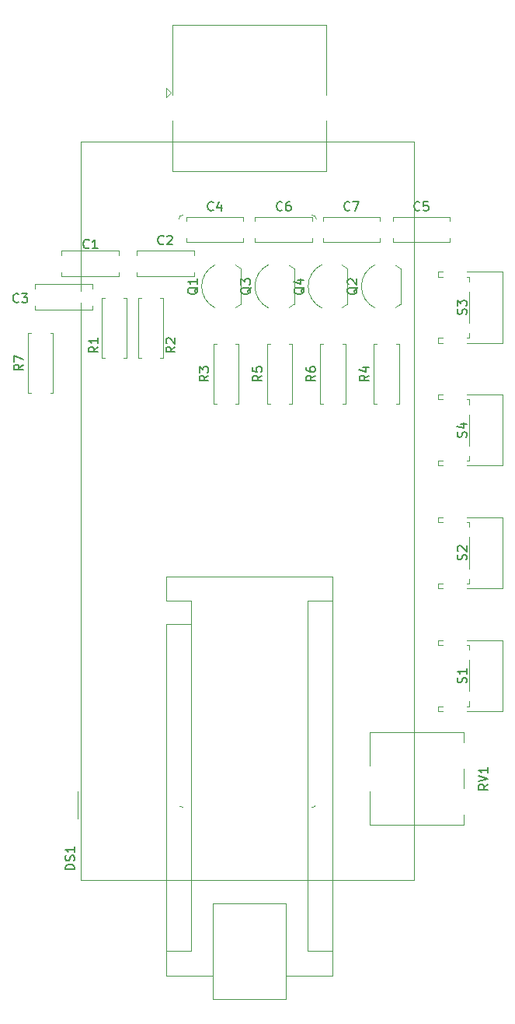
<source format=gto>
G04 #@! TF.GenerationSoftware,KiCad,Pcbnew,8.0.6*
G04 #@! TF.CreationDate,2025-02-05T09:38:25+03:00*
G04 #@! TF.ProjectId,RotorController,526f746f-7243-46f6-9e74-726f6c6c6572,rev?*
G04 #@! TF.SameCoordinates,Original*
G04 #@! TF.FileFunction,Legend,Top*
G04 #@! TF.FilePolarity,Positive*
%FSLAX46Y46*%
G04 Gerber Fmt 4.6, Leading zero omitted, Abs format (unit mm)*
G04 Created by KiCad (PCBNEW 8.0.6) date 2025-02-05 09:38:25*
%MOMM*%
%LPD*%
G01*
G04 APERTURE LIST*
%ADD10C,0.150000*%
%ADD11C,0.120000*%
%ADD12C,1.600000*%
%ADD13C,3.200000*%
%ADD14O,1.600000X1.600000*%
%ADD15C,1.500000*%
%ADD16R,1.500000X1.500000*%
%ADD17C,2.340000*%
%ADD18O,2.600000X1.800000*%
%ADD19R,2.600000X1.800000*%
%ADD20C,3.000000*%
%ADD21C,1.750000*%
%ADD22C,2.100000*%
%ADD23R,1.600000X1.600000*%
%ADD24C,3.250000*%
%ADD25C,2.300000*%
G04 APERTURE END LIST*
D10*
X100143333Y-72179580D02*
X100095714Y-72227200D01*
X100095714Y-72227200D02*
X99952857Y-72274819D01*
X99952857Y-72274819D02*
X99857619Y-72274819D01*
X99857619Y-72274819D02*
X99714762Y-72227200D01*
X99714762Y-72227200D02*
X99619524Y-72131961D01*
X99619524Y-72131961D02*
X99571905Y-72036723D01*
X99571905Y-72036723D02*
X99524286Y-71846247D01*
X99524286Y-71846247D02*
X99524286Y-71703390D01*
X99524286Y-71703390D02*
X99571905Y-71512914D01*
X99571905Y-71512914D02*
X99619524Y-71417676D01*
X99619524Y-71417676D02*
X99714762Y-71322438D01*
X99714762Y-71322438D02*
X99857619Y-71274819D01*
X99857619Y-71274819D02*
X99952857Y-71274819D01*
X99952857Y-71274819D02*
X100095714Y-71322438D01*
X100095714Y-71322438D02*
X100143333Y-71370057D01*
X100476667Y-71274819D02*
X101143333Y-71274819D01*
X101143333Y-71274819D02*
X100714762Y-72274819D01*
X96381485Y-90186666D02*
X95905294Y-90519999D01*
X96381485Y-90758094D02*
X95381485Y-90758094D01*
X95381485Y-90758094D02*
X95381485Y-90377142D01*
X95381485Y-90377142D02*
X95429104Y-90281904D01*
X95429104Y-90281904D02*
X95476723Y-90234285D01*
X95476723Y-90234285D02*
X95571961Y-90186666D01*
X95571961Y-90186666D02*
X95714818Y-90186666D01*
X95714818Y-90186666D02*
X95810056Y-90234285D01*
X95810056Y-90234285D02*
X95857675Y-90281904D01*
X95857675Y-90281904D02*
X95905294Y-90377142D01*
X95905294Y-90377142D02*
X95905294Y-90758094D01*
X95381485Y-89329523D02*
X95381485Y-89519999D01*
X95381485Y-89519999D02*
X95429104Y-89615237D01*
X95429104Y-89615237D02*
X95476723Y-89662856D01*
X95476723Y-89662856D02*
X95619580Y-89758094D01*
X95619580Y-89758094D02*
X95810056Y-89805713D01*
X95810056Y-89805713D02*
X96191008Y-89805713D01*
X96191008Y-89805713D02*
X96286246Y-89758094D01*
X96286246Y-89758094D02*
X96333866Y-89710475D01*
X96333866Y-89710475D02*
X96381485Y-89615237D01*
X96381485Y-89615237D02*
X96381485Y-89424761D01*
X96381485Y-89424761D02*
X96333866Y-89329523D01*
X96333866Y-89329523D02*
X96286246Y-89281904D01*
X96286246Y-89281904D02*
X96191008Y-89234285D01*
X96191008Y-89234285D02*
X95952913Y-89234285D01*
X95952913Y-89234285D02*
X95857675Y-89281904D01*
X95857675Y-89281904D02*
X95810056Y-89329523D01*
X95810056Y-89329523D02*
X95762437Y-89424761D01*
X95762437Y-89424761D02*
X95762437Y-89615237D01*
X95762437Y-89615237D02*
X95810056Y-89710475D01*
X95810056Y-89710475D02*
X95857675Y-89758094D01*
X95857675Y-89758094D02*
X95952913Y-89805713D01*
X95186723Y-80585238D02*
X95139104Y-80680476D01*
X95139104Y-80680476D02*
X95043866Y-80775714D01*
X95043866Y-80775714D02*
X94901008Y-80918571D01*
X94901008Y-80918571D02*
X94853389Y-81013809D01*
X94853389Y-81013809D02*
X94853389Y-81109047D01*
X95091485Y-81061428D02*
X95043866Y-81156666D01*
X95043866Y-81156666D02*
X94948627Y-81251904D01*
X94948627Y-81251904D02*
X94758151Y-81299523D01*
X94758151Y-81299523D02*
X94424818Y-81299523D01*
X94424818Y-81299523D02*
X94234342Y-81251904D01*
X94234342Y-81251904D02*
X94139104Y-81156666D01*
X94139104Y-81156666D02*
X94091485Y-81061428D01*
X94091485Y-81061428D02*
X94091485Y-80870952D01*
X94091485Y-80870952D02*
X94139104Y-80775714D01*
X94139104Y-80775714D02*
X94234342Y-80680476D01*
X94234342Y-80680476D02*
X94424818Y-80632857D01*
X94424818Y-80632857D02*
X94758151Y-80632857D01*
X94758151Y-80632857D02*
X94948627Y-80680476D01*
X94948627Y-80680476D02*
X95043866Y-80775714D01*
X95043866Y-80775714D02*
X95091485Y-80870952D01*
X95091485Y-80870952D02*
X95091485Y-81061428D01*
X94424818Y-79775714D02*
X95091485Y-79775714D01*
X94043866Y-80013809D02*
X94758151Y-80251904D01*
X94758151Y-80251904D02*
X94758151Y-79632857D01*
X72704819Y-87066666D02*
X72228628Y-87399999D01*
X72704819Y-87638094D02*
X71704819Y-87638094D01*
X71704819Y-87638094D02*
X71704819Y-87257142D01*
X71704819Y-87257142D02*
X71752438Y-87161904D01*
X71752438Y-87161904D02*
X71800057Y-87114285D01*
X71800057Y-87114285D02*
X71895295Y-87066666D01*
X71895295Y-87066666D02*
X72038152Y-87066666D01*
X72038152Y-87066666D02*
X72133390Y-87114285D01*
X72133390Y-87114285D02*
X72181009Y-87161904D01*
X72181009Y-87161904D02*
X72228628Y-87257142D01*
X72228628Y-87257142D02*
X72228628Y-87638094D01*
X72704819Y-86114285D02*
X72704819Y-86685713D01*
X72704819Y-86399999D02*
X71704819Y-86399999D01*
X71704819Y-86399999D02*
X71847676Y-86495237D01*
X71847676Y-86495237D02*
X71942914Y-86590475D01*
X71942914Y-86590475D02*
X71990533Y-86685713D01*
X115194819Y-134665238D02*
X114718628Y-134998571D01*
X115194819Y-135236666D02*
X114194819Y-135236666D01*
X114194819Y-135236666D02*
X114194819Y-134855714D01*
X114194819Y-134855714D02*
X114242438Y-134760476D01*
X114242438Y-134760476D02*
X114290057Y-134712857D01*
X114290057Y-134712857D02*
X114385295Y-134665238D01*
X114385295Y-134665238D02*
X114528152Y-134665238D01*
X114528152Y-134665238D02*
X114623390Y-134712857D01*
X114623390Y-134712857D02*
X114671009Y-134760476D01*
X114671009Y-134760476D02*
X114718628Y-134855714D01*
X114718628Y-134855714D02*
X114718628Y-135236666D01*
X114194819Y-134379523D02*
X115194819Y-134046190D01*
X115194819Y-134046190D02*
X114194819Y-133712857D01*
X115194819Y-132855714D02*
X115194819Y-133427142D01*
X115194819Y-133141428D02*
X114194819Y-133141428D01*
X114194819Y-133141428D02*
X114337676Y-133236666D01*
X114337676Y-133236666D02*
X114432914Y-133331904D01*
X114432914Y-133331904D02*
X114480533Y-133427142D01*
X84734819Y-90186666D02*
X84258628Y-90519999D01*
X84734819Y-90758094D02*
X83734819Y-90758094D01*
X83734819Y-90758094D02*
X83734819Y-90377142D01*
X83734819Y-90377142D02*
X83782438Y-90281904D01*
X83782438Y-90281904D02*
X83830057Y-90234285D01*
X83830057Y-90234285D02*
X83925295Y-90186666D01*
X83925295Y-90186666D02*
X84068152Y-90186666D01*
X84068152Y-90186666D02*
X84163390Y-90234285D01*
X84163390Y-90234285D02*
X84211009Y-90281904D01*
X84211009Y-90281904D02*
X84258628Y-90377142D01*
X84258628Y-90377142D02*
X84258628Y-90758094D01*
X83734819Y-89853332D02*
X83734819Y-89234285D01*
X83734819Y-89234285D02*
X84115771Y-89567618D01*
X84115771Y-89567618D02*
X84115771Y-89424761D01*
X84115771Y-89424761D02*
X84163390Y-89329523D01*
X84163390Y-89329523D02*
X84211009Y-89281904D01*
X84211009Y-89281904D02*
X84306247Y-89234285D01*
X84306247Y-89234285D02*
X84544342Y-89234285D01*
X84544342Y-89234285D02*
X84639580Y-89281904D01*
X84639580Y-89281904D02*
X84687200Y-89329523D01*
X84687200Y-89329523D02*
X84734819Y-89424761D01*
X84734819Y-89424761D02*
X84734819Y-89710475D01*
X84734819Y-89710475D02*
X84687200Y-89805713D01*
X84687200Y-89805713D02*
X84639580Y-89853332D01*
X64524819Y-89016666D02*
X64048628Y-89349999D01*
X64524819Y-89588094D02*
X63524819Y-89588094D01*
X63524819Y-89588094D02*
X63524819Y-89207142D01*
X63524819Y-89207142D02*
X63572438Y-89111904D01*
X63572438Y-89111904D02*
X63620057Y-89064285D01*
X63620057Y-89064285D02*
X63715295Y-89016666D01*
X63715295Y-89016666D02*
X63858152Y-89016666D01*
X63858152Y-89016666D02*
X63953390Y-89064285D01*
X63953390Y-89064285D02*
X64001009Y-89111904D01*
X64001009Y-89111904D02*
X64048628Y-89207142D01*
X64048628Y-89207142D02*
X64048628Y-89588094D01*
X63524819Y-88683332D02*
X63524819Y-88016666D01*
X63524819Y-88016666D02*
X64524819Y-88445237D01*
X92773333Y-72179580D02*
X92725714Y-72227200D01*
X92725714Y-72227200D02*
X92582857Y-72274819D01*
X92582857Y-72274819D02*
X92487619Y-72274819D01*
X92487619Y-72274819D02*
X92344762Y-72227200D01*
X92344762Y-72227200D02*
X92249524Y-72131961D01*
X92249524Y-72131961D02*
X92201905Y-72036723D01*
X92201905Y-72036723D02*
X92154286Y-71846247D01*
X92154286Y-71846247D02*
X92154286Y-71703390D01*
X92154286Y-71703390D02*
X92201905Y-71512914D01*
X92201905Y-71512914D02*
X92249524Y-71417676D01*
X92249524Y-71417676D02*
X92344762Y-71322438D01*
X92344762Y-71322438D02*
X92487619Y-71274819D01*
X92487619Y-71274819D02*
X92582857Y-71274819D01*
X92582857Y-71274819D02*
X92725714Y-71322438D01*
X92725714Y-71322438D02*
X92773333Y-71370057D01*
X93630476Y-71274819D02*
X93440000Y-71274819D01*
X93440000Y-71274819D02*
X93344762Y-71322438D01*
X93344762Y-71322438D02*
X93297143Y-71370057D01*
X93297143Y-71370057D02*
X93201905Y-71512914D01*
X93201905Y-71512914D02*
X93154286Y-71703390D01*
X93154286Y-71703390D02*
X93154286Y-72084342D01*
X93154286Y-72084342D02*
X93201905Y-72179580D01*
X93201905Y-72179580D02*
X93249524Y-72227200D01*
X93249524Y-72227200D02*
X93344762Y-72274819D01*
X93344762Y-72274819D02*
X93535238Y-72274819D01*
X93535238Y-72274819D02*
X93630476Y-72227200D01*
X93630476Y-72227200D02*
X93678095Y-72179580D01*
X93678095Y-72179580D02*
X93725714Y-72084342D01*
X93725714Y-72084342D02*
X93725714Y-71846247D01*
X93725714Y-71846247D02*
X93678095Y-71751009D01*
X93678095Y-71751009D02*
X93630476Y-71703390D01*
X93630476Y-71703390D02*
X93535238Y-71655771D01*
X93535238Y-71655771D02*
X93344762Y-71655771D01*
X93344762Y-71655771D02*
X93249524Y-71703390D01*
X93249524Y-71703390D02*
X93201905Y-71751009D01*
X93201905Y-71751009D02*
X93154286Y-71846247D01*
X70134819Y-143944285D02*
X69134819Y-143944285D01*
X69134819Y-143944285D02*
X69134819Y-143706190D01*
X69134819Y-143706190D02*
X69182438Y-143563333D01*
X69182438Y-143563333D02*
X69277676Y-143468095D01*
X69277676Y-143468095D02*
X69372914Y-143420476D01*
X69372914Y-143420476D02*
X69563390Y-143372857D01*
X69563390Y-143372857D02*
X69706247Y-143372857D01*
X69706247Y-143372857D02*
X69896723Y-143420476D01*
X69896723Y-143420476D02*
X69991961Y-143468095D01*
X69991961Y-143468095D02*
X70087200Y-143563333D01*
X70087200Y-143563333D02*
X70134819Y-143706190D01*
X70134819Y-143706190D02*
X70134819Y-143944285D01*
X70087200Y-142991904D02*
X70134819Y-142849047D01*
X70134819Y-142849047D02*
X70134819Y-142610952D01*
X70134819Y-142610952D02*
X70087200Y-142515714D01*
X70087200Y-142515714D02*
X70039580Y-142468095D01*
X70039580Y-142468095D02*
X69944342Y-142420476D01*
X69944342Y-142420476D02*
X69849104Y-142420476D01*
X69849104Y-142420476D02*
X69753866Y-142468095D01*
X69753866Y-142468095D02*
X69706247Y-142515714D01*
X69706247Y-142515714D02*
X69658628Y-142610952D01*
X69658628Y-142610952D02*
X69611009Y-142801428D01*
X69611009Y-142801428D02*
X69563390Y-142896666D01*
X69563390Y-142896666D02*
X69515771Y-142944285D01*
X69515771Y-142944285D02*
X69420533Y-142991904D01*
X69420533Y-142991904D02*
X69325295Y-142991904D01*
X69325295Y-142991904D02*
X69230057Y-142944285D01*
X69230057Y-142944285D02*
X69182438Y-142896666D01*
X69182438Y-142896666D02*
X69134819Y-142801428D01*
X69134819Y-142801428D02*
X69134819Y-142563333D01*
X69134819Y-142563333D02*
X69182438Y-142420476D01*
X70134819Y-141468095D02*
X70134819Y-142039523D01*
X70134819Y-141753809D02*
X69134819Y-141753809D01*
X69134819Y-141753809D02*
X69277676Y-141849047D01*
X69277676Y-141849047D02*
X69372914Y-141944285D01*
X69372914Y-141944285D02*
X69420533Y-142039523D01*
X100990057Y-80585238D02*
X100942438Y-80680476D01*
X100942438Y-80680476D02*
X100847200Y-80775714D01*
X100847200Y-80775714D02*
X100704342Y-80918571D01*
X100704342Y-80918571D02*
X100656723Y-81013809D01*
X100656723Y-81013809D02*
X100656723Y-81109047D01*
X100894819Y-81061428D02*
X100847200Y-81156666D01*
X100847200Y-81156666D02*
X100751961Y-81251904D01*
X100751961Y-81251904D02*
X100561485Y-81299523D01*
X100561485Y-81299523D02*
X100228152Y-81299523D01*
X100228152Y-81299523D02*
X100037676Y-81251904D01*
X100037676Y-81251904D02*
X99942438Y-81156666D01*
X99942438Y-81156666D02*
X99894819Y-81061428D01*
X99894819Y-81061428D02*
X99894819Y-80870952D01*
X99894819Y-80870952D02*
X99942438Y-80775714D01*
X99942438Y-80775714D02*
X100037676Y-80680476D01*
X100037676Y-80680476D02*
X100228152Y-80632857D01*
X100228152Y-80632857D02*
X100561485Y-80632857D01*
X100561485Y-80632857D02*
X100751961Y-80680476D01*
X100751961Y-80680476D02*
X100847200Y-80775714D01*
X100847200Y-80775714D02*
X100894819Y-80870952D01*
X100894819Y-80870952D02*
X100894819Y-81061428D01*
X99990057Y-80251904D02*
X99942438Y-80204285D01*
X99942438Y-80204285D02*
X99894819Y-80109047D01*
X99894819Y-80109047D02*
X99894819Y-79870952D01*
X99894819Y-79870952D02*
X99942438Y-79775714D01*
X99942438Y-79775714D02*
X99990057Y-79728095D01*
X99990057Y-79728095D02*
X100085295Y-79680476D01*
X100085295Y-79680476D02*
X100180533Y-79680476D01*
X100180533Y-79680476D02*
X100323390Y-79728095D01*
X100323390Y-79728095D02*
X100894819Y-80299523D01*
X100894819Y-80299523D02*
X100894819Y-79680476D01*
X112824700Y-96893570D02*
X112872319Y-96750713D01*
X112872319Y-96750713D02*
X112872319Y-96512618D01*
X112872319Y-96512618D02*
X112824700Y-96417380D01*
X112824700Y-96417380D02*
X112777080Y-96369761D01*
X112777080Y-96369761D02*
X112681842Y-96322142D01*
X112681842Y-96322142D02*
X112586604Y-96322142D01*
X112586604Y-96322142D02*
X112491366Y-96369761D01*
X112491366Y-96369761D02*
X112443747Y-96417380D01*
X112443747Y-96417380D02*
X112396128Y-96512618D01*
X112396128Y-96512618D02*
X112348509Y-96703094D01*
X112348509Y-96703094D02*
X112300890Y-96798332D01*
X112300890Y-96798332D02*
X112253271Y-96845951D01*
X112253271Y-96845951D02*
X112158033Y-96893570D01*
X112158033Y-96893570D02*
X112062795Y-96893570D01*
X112062795Y-96893570D02*
X111967557Y-96845951D01*
X111967557Y-96845951D02*
X111919938Y-96798332D01*
X111919938Y-96798332D02*
X111872319Y-96703094D01*
X111872319Y-96703094D02*
X111872319Y-96464999D01*
X111872319Y-96464999D02*
X111919938Y-96322142D01*
X112205652Y-95464999D02*
X112872319Y-95464999D01*
X111824700Y-95703094D02*
X112538985Y-95941189D01*
X112538985Y-95941189D02*
X112538985Y-95322142D01*
X64043333Y-82169580D02*
X63995714Y-82217200D01*
X63995714Y-82217200D02*
X63852857Y-82264819D01*
X63852857Y-82264819D02*
X63757619Y-82264819D01*
X63757619Y-82264819D02*
X63614762Y-82217200D01*
X63614762Y-82217200D02*
X63519524Y-82121961D01*
X63519524Y-82121961D02*
X63471905Y-82026723D01*
X63471905Y-82026723D02*
X63424286Y-81836247D01*
X63424286Y-81836247D02*
X63424286Y-81693390D01*
X63424286Y-81693390D02*
X63471905Y-81502914D01*
X63471905Y-81502914D02*
X63519524Y-81407676D01*
X63519524Y-81407676D02*
X63614762Y-81312438D01*
X63614762Y-81312438D02*
X63757619Y-81264819D01*
X63757619Y-81264819D02*
X63852857Y-81264819D01*
X63852857Y-81264819D02*
X63995714Y-81312438D01*
X63995714Y-81312438D02*
X64043333Y-81360057D01*
X64376667Y-81264819D02*
X64995714Y-81264819D01*
X64995714Y-81264819D02*
X64662381Y-81645771D01*
X64662381Y-81645771D02*
X64805238Y-81645771D01*
X64805238Y-81645771D02*
X64900476Y-81693390D01*
X64900476Y-81693390D02*
X64948095Y-81741009D01*
X64948095Y-81741009D02*
X64995714Y-81836247D01*
X64995714Y-81836247D02*
X64995714Y-82074342D01*
X64995714Y-82074342D02*
X64948095Y-82169580D01*
X64948095Y-82169580D02*
X64900476Y-82217200D01*
X64900476Y-82217200D02*
X64805238Y-82264819D01*
X64805238Y-82264819D02*
X64519524Y-82264819D01*
X64519524Y-82264819D02*
X64424286Y-82217200D01*
X64424286Y-82217200D02*
X64376667Y-82169580D01*
X107763333Y-72179580D02*
X107715714Y-72227200D01*
X107715714Y-72227200D02*
X107572857Y-72274819D01*
X107572857Y-72274819D02*
X107477619Y-72274819D01*
X107477619Y-72274819D02*
X107334762Y-72227200D01*
X107334762Y-72227200D02*
X107239524Y-72131961D01*
X107239524Y-72131961D02*
X107191905Y-72036723D01*
X107191905Y-72036723D02*
X107144286Y-71846247D01*
X107144286Y-71846247D02*
X107144286Y-71703390D01*
X107144286Y-71703390D02*
X107191905Y-71512914D01*
X107191905Y-71512914D02*
X107239524Y-71417676D01*
X107239524Y-71417676D02*
X107334762Y-71322438D01*
X107334762Y-71322438D02*
X107477619Y-71274819D01*
X107477619Y-71274819D02*
X107572857Y-71274819D01*
X107572857Y-71274819D02*
X107715714Y-71322438D01*
X107715714Y-71322438D02*
X107763333Y-71370057D01*
X108668095Y-71274819D02*
X108191905Y-71274819D01*
X108191905Y-71274819D02*
X108144286Y-71751009D01*
X108144286Y-71751009D02*
X108191905Y-71703390D01*
X108191905Y-71703390D02*
X108287143Y-71655771D01*
X108287143Y-71655771D02*
X108525238Y-71655771D01*
X108525238Y-71655771D02*
X108620476Y-71703390D01*
X108620476Y-71703390D02*
X108668095Y-71751009D01*
X108668095Y-71751009D02*
X108715714Y-71846247D01*
X108715714Y-71846247D02*
X108715714Y-72084342D01*
X108715714Y-72084342D02*
X108668095Y-72179580D01*
X108668095Y-72179580D02*
X108620476Y-72227200D01*
X108620476Y-72227200D02*
X108525238Y-72274819D01*
X108525238Y-72274819D02*
X108287143Y-72274819D01*
X108287143Y-72274819D02*
X108191905Y-72227200D01*
X108191905Y-72227200D02*
X108144286Y-72179580D01*
X85263333Y-72179580D02*
X85215714Y-72227200D01*
X85215714Y-72227200D02*
X85072857Y-72274819D01*
X85072857Y-72274819D02*
X84977619Y-72274819D01*
X84977619Y-72274819D02*
X84834762Y-72227200D01*
X84834762Y-72227200D02*
X84739524Y-72131961D01*
X84739524Y-72131961D02*
X84691905Y-72036723D01*
X84691905Y-72036723D02*
X84644286Y-71846247D01*
X84644286Y-71846247D02*
X84644286Y-71703390D01*
X84644286Y-71703390D02*
X84691905Y-71512914D01*
X84691905Y-71512914D02*
X84739524Y-71417676D01*
X84739524Y-71417676D02*
X84834762Y-71322438D01*
X84834762Y-71322438D02*
X84977619Y-71274819D01*
X84977619Y-71274819D02*
X85072857Y-71274819D01*
X85072857Y-71274819D02*
X85215714Y-71322438D01*
X85215714Y-71322438D02*
X85263333Y-71370057D01*
X86120476Y-71608152D02*
X86120476Y-72274819D01*
X85882381Y-71227200D02*
X85644286Y-71941485D01*
X85644286Y-71941485D02*
X86263333Y-71941485D01*
X71713333Y-76279580D02*
X71665714Y-76327200D01*
X71665714Y-76327200D02*
X71522857Y-76374819D01*
X71522857Y-76374819D02*
X71427619Y-76374819D01*
X71427619Y-76374819D02*
X71284762Y-76327200D01*
X71284762Y-76327200D02*
X71189524Y-76231961D01*
X71189524Y-76231961D02*
X71141905Y-76136723D01*
X71141905Y-76136723D02*
X71094286Y-75946247D01*
X71094286Y-75946247D02*
X71094286Y-75803390D01*
X71094286Y-75803390D02*
X71141905Y-75612914D01*
X71141905Y-75612914D02*
X71189524Y-75517676D01*
X71189524Y-75517676D02*
X71284762Y-75422438D01*
X71284762Y-75422438D02*
X71427619Y-75374819D01*
X71427619Y-75374819D02*
X71522857Y-75374819D01*
X71522857Y-75374819D02*
X71665714Y-75422438D01*
X71665714Y-75422438D02*
X71713333Y-75470057D01*
X72665714Y-76374819D02*
X72094286Y-76374819D01*
X72380000Y-76374819D02*
X72380000Y-75374819D01*
X72380000Y-75374819D02*
X72284762Y-75517676D01*
X72284762Y-75517676D02*
X72189524Y-75612914D01*
X72189524Y-75612914D02*
X72094286Y-75660533D01*
X112824700Y-110250236D02*
X112872319Y-110107379D01*
X112872319Y-110107379D02*
X112872319Y-109869284D01*
X112872319Y-109869284D02*
X112824700Y-109774046D01*
X112824700Y-109774046D02*
X112777080Y-109726427D01*
X112777080Y-109726427D02*
X112681842Y-109678808D01*
X112681842Y-109678808D02*
X112586604Y-109678808D01*
X112586604Y-109678808D02*
X112491366Y-109726427D01*
X112491366Y-109726427D02*
X112443747Y-109774046D01*
X112443747Y-109774046D02*
X112396128Y-109869284D01*
X112396128Y-109869284D02*
X112348509Y-110059760D01*
X112348509Y-110059760D02*
X112300890Y-110154998D01*
X112300890Y-110154998D02*
X112253271Y-110202617D01*
X112253271Y-110202617D02*
X112158033Y-110250236D01*
X112158033Y-110250236D02*
X112062795Y-110250236D01*
X112062795Y-110250236D02*
X111967557Y-110202617D01*
X111967557Y-110202617D02*
X111919938Y-110154998D01*
X111919938Y-110154998D02*
X111872319Y-110059760D01*
X111872319Y-110059760D02*
X111872319Y-109821665D01*
X111872319Y-109821665D02*
X111919938Y-109678808D01*
X111967557Y-109297855D02*
X111919938Y-109250236D01*
X111919938Y-109250236D02*
X111872319Y-109154998D01*
X111872319Y-109154998D02*
X111872319Y-108916903D01*
X111872319Y-108916903D02*
X111919938Y-108821665D01*
X111919938Y-108821665D02*
X111967557Y-108774046D01*
X111967557Y-108774046D02*
X112062795Y-108726427D01*
X112062795Y-108726427D02*
X112158033Y-108726427D01*
X112158033Y-108726427D02*
X112300890Y-108774046D01*
X112300890Y-108774046D02*
X112872319Y-109345474D01*
X112872319Y-109345474D02*
X112872319Y-108726427D01*
X79853333Y-75859580D02*
X79805714Y-75907200D01*
X79805714Y-75907200D02*
X79662857Y-75954819D01*
X79662857Y-75954819D02*
X79567619Y-75954819D01*
X79567619Y-75954819D02*
X79424762Y-75907200D01*
X79424762Y-75907200D02*
X79329524Y-75811961D01*
X79329524Y-75811961D02*
X79281905Y-75716723D01*
X79281905Y-75716723D02*
X79234286Y-75526247D01*
X79234286Y-75526247D02*
X79234286Y-75383390D01*
X79234286Y-75383390D02*
X79281905Y-75192914D01*
X79281905Y-75192914D02*
X79329524Y-75097676D01*
X79329524Y-75097676D02*
X79424762Y-75002438D01*
X79424762Y-75002438D02*
X79567619Y-74954819D01*
X79567619Y-74954819D02*
X79662857Y-74954819D01*
X79662857Y-74954819D02*
X79805714Y-75002438D01*
X79805714Y-75002438D02*
X79853333Y-75050057D01*
X80234286Y-75050057D02*
X80281905Y-75002438D01*
X80281905Y-75002438D02*
X80377143Y-74954819D01*
X80377143Y-74954819D02*
X80615238Y-74954819D01*
X80615238Y-74954819D02*
X80710476Y-75002438D01*
X80710476Y-75002438D02*
X80758095Y-75050057D01*
X80758095Y-75050057D02*
X80805714Y-75145295D01*
X80805714Y-75145295D02*
X80805714Y-75240533D01*
X80805714Y-75240533D02*
X80758095Y-75383390D01*
X80758095Y-75383390D02*
X80186667Y-75954819D01*
X80186667Y-75954819D02*
X80805714Y-75954819D01*
X81094819Y-87066666D02*
X80618628Y-87399999D01*
X81094819Y-87638094D02*
X80094819Y-87638094D01*
X80094819Y-87638094D02*
X80094819Y-87257142D01*
X80094819Y-87257142D02*
X80142438Y-87161904D01*
X80142438Y-87161904D02*
X80190057Y-87114285D01*
X80190057Y-87114285D02*
X80285295Y-87066666D01*
X80285295Y-87066666D02*
X80428152Y-87066666D01*
X80428152Y-87066666D02*
X80523390Y-87114285D01*
X80523390Y-87114285D02*
X80571009Y-87161904D01*
X80571009Y-87161904D02*
X80618628Y-87257142D01*
X80618628Y-87257142D02*
X80618628Y-87638094D01*
X80190057Y-86685713D02*
X80142438Y-86638094D01*
X80142438Y-86638094D02*
X80094819Y-86542856D01*
X80094819Y-86542856D02*
X80094819Y-86304761D01*
X80094819Y-86304761D02*
X80142438Y-86209523D01*
X80142438Y-86209523D02*
X80190057Y-86161904D01*
X80190057Y-86161904D02*
X80285295Y-86114285D01*
X80285295Y-86114285D02*
X80380533Y-86114285D01*
X80380533Y-86114285D02*
X80523390Y-86161904D01*
X80523390Y-86161904D02*
X81094819Y-86733332D01*
X81094819Y-86733332D02*
X81094819Y-86114285D01*
X102204819Y-90186666D02*
X101728628Y-90519999D01*
X102204819Y-90758094D02*
X101204819Y-90758094D01*
X101204819Y-90758094D02*
X101204819Y-90377142D01*
X101204819Y-90377142D02*
X101252438Y-90281904D01*
X101252438Y-90281904D02*
X101300057Y-90234285D01*
X101300057Y-90234285D02*
X101395295Y-90186666D01*
X101395295Y-90186666D02*
X101538152Y-90186666D01*
X101538152Y-90186666D02*
X101633390Y-90234285D01*
X101633390Y-90234285D02*
X101681009Y-90281904D01*
X101681009Y-90281904D02*
X101728628Y-90377142D01*
X101728628Y-90377142D02*
X101728628Y-90758094D01*
X101538152Y-89329523D02*
X102204819Y-89329523D01*
X101157200Y-89567618D02*
X101871485Y-89805713D01*
X101871485Y-89805713D02*
X101871485Y-89186666D01*
X112824700Y-83536904D02*
X112872319Y-83394047D01*
X112872319Y-83394047D02*
X112872319Y-83155952D01*
X112872319Y-83155952D02*
X112824700Y-83060714D01*
X112824700Y-83060714D02*
X112777080Y-83013095D01*
X112777080Y-83013095D02*
X112681842Y-82965476D01*
X112681842Y-82965476D02*
X112586604Y-82965476D01*
X112586604Y-82965476D02*
X112491366Y-83013095D01*
X112491366Y-83013095D02*
X112443747Y-83060714D01*
X112443747Y-83060714D02*
X112396128Y-83155952D01*
X112396128Y-83155952D02*
X112348509Y-83346428D01*
X112348509Y-83346428D02*
X112300890Y-83441666D01*
X112300890Y-83441666D02*
X112253271Y-83489285D01*
X112253271Y-83489285D02*
X112158033Y-83536904D01*
X112158033Y-83536904D02*
X112062795Y-83536904D01*
X112062795Y-83536904D02*
X111967557Y-83489285D01*
X111967557Y-83489285D02*
X111919938Y-83441666D01*
X111919938Y-83441666D02*
X111872319Y-83346428D01*
X111872319Y-83346428D02*
X111872319Y-83108333D01*
X111872319Y-83108333D02*
X111919938Y-82965476D01*
X111872319Y-82632142D02*
X111872319Y-82013095D01*
X111872319Y-82013095D02*
X112253271Y-82346428D01*
X112253271Y-82346428D02*
X112253271Y-82203571D01*
X112253271Y-82203571D02*
X112300890Y-82108333D01*
X112300890Y-82108333D02*
X112348509Y-82060714D01*
X112348509Y-82060714D02*
X112443747Y-82013095D01*
X112443747Y-82013095D02*
X112681842Y-82013095D01*
X112681842Y-82013095D02*
X112777080Y-82060714D01*
X112777080Y-82060714D02*
X112824700Y-82108333D01*
X112824700Y-82108333D02*
X112872319Y-82203571D01*
X112872319Y-82203571D02*
X112872319Y-82489285D01*
X112872319Y-82489285D02*
X112824700Y-82584523D01*
X112824700Y-82584523D02*
X112777080Y-82632142D01*
X90558152Y-90186666D02*
X90081961Y-90519999D01*
X90558152Y-90758094D02*
X89558152Y-90758094D01*
X89558152Y-90758094D02*
X89558152Y-90377142D01*
X89558152Y-90377142D02*
X89605771Y-90281904D01*
X89605771Y-90281904D02*
X89653390Y-90234285D01*
X89653390Y-90234285D02*
X89748628Y-90186666D01*
X89748628Y-90186666D02*
X89891485Y-90186666D01*
X89891485Y-90186666D02*
X89986723Y-90234285D01*
X89986723Y-90234285D02*
X90034342Y-90281904D01*
X90034342Y-90281904D02*
X90081961Y-90377142D01*
X90081961Y-90377142D02*
X90081961Y-90758094D01*
X89558152Y-89281904D02*
X89558152Y-89758094D01*
X89558152Y-89758094D02*
X90034342Y-89805713D01*
X90034342Y-89805713D02*
X89986723Y-89758094D01*
X89986723Y-89758094D02*
X89939104Y-89662856D01*
X89939104Y-89662856D02*
X89939104Y-89424761D01*
X89939104Y-89424761D02*
X89986723Y-89329523D01*
X89986723Y-89329523D02*
X90034342Y-89281904D01*
X90034342Y-89281904D02*
X90129580Y-89234285D01*
X90129580Y-89234285D02*
X90367675Y-89234285D01*
X90367675Y-89234285D02*
X90462913Y-89281904D01*
X90462913Y-89281904D02*
X90510533Y-89329523D01*
X90510533Y-89329523D02*
X90558152Y-89424761D01*
X90558152Y-89424761D02*
X90558152Y-89662856D01*
X90558152Y-89662856D02*
X90510533Y-89758094D01*
X90510533Y-89758094D02*
X90462913Y-89805713D01*
X89383390Y-80585238D02*
X89335771Y-80680476D01*
X89335771Y-80680476D02*
X89240533Y-80775714D01*
X89240533Y-80775714D02*
X89097675Y-80918571D01*
X89097675Y-80918571D02*
X89050056Y-81013809D01*
X89050056Y-81013809D02*
X89050056Y-81109047D01*
X89288152Y-81061428D02*
X89240533Y-81156666D01*
X89240533Y-81156666D02*
X89145294Y-81251904D01*
X89145294Y-81251904D02*
X88954818Y-81299523D01*
X88954818Y-81299523D02*
X88621485Y-81299523D01*
X88621485Y-81299523D02*
X88431009Y-81251904D01*
X88431009Y-81251904D02*
X88335771Y-81156666D01*
X88335771Y-81156666D02*
X88288152Y-81061428D01*
X88288152Y-81061428D02*
X88288152Y-80870952D01*
X88288152Y-80870952D02*
X88335771Y-80775714D01*
X88335771Y-80775714D02*
X88431009Y-80680476D01*
X88431009Y-80680476D02*
X88621485Y-80632857D01*
X88621485Y-80632857D02*
X88954818Y-80632857D01*
X88954818Y-80632857D02*
X89145294Y-80680476D01*
X89145294Y-80680476D02*
X89240533Y-80775714D01*
X89240533Y-80775714D02*
X89288152Y-80870952D01*
X89288152Y-80870952D02*
X89288152Y-81061428D01*
X88288152Y-80299523D02*
X88288152Y-79680476D01*
X88288152Y-79680476D02*
X88669104Y-80013809D01*
X88669104Y-80013809D02*
X88669104Y-79870952D01*
X88669104Y-79870952D02*
X88716723Y-79775714D01*
X88716723Y-79775714D02*
X88764342Y-79728095D01*
X88764342Y-79728095D02*
X88859580Y-79680476D01*
X88859580Y-79680476D02*
X89097675Y-79680476D01*
X89097675Y-79680476D02*
X89192913Y-79728095D01*
X89192913Y-79728095D02*
X89240533Y-79775714D01*
X89240533Y-79775714D02*
X89288152Y-79870952D01*
X89288152Y-79870952D02*
X89288152Y-80156666D01*
X89288152Y-80156666D02*
X89240533Y-80251904D01*
X89240533Y-80251904D02*
X89192913Y-80299523D01*
X83580057Y-80585238D02*
X83532438Y-80680476D01*
X83532438Y-80680476D02*
X83437200Y-80775714D01*
X83437200Y-80775714D02*
X83294342Y-80918571D01*
X83294342Y-80918571D02*
X83246723Y-81013809D01*
X83246723Y-81013809D02*
X83246723Y-81109047D01*
X83484819Y-81061428D02*
X83437200Y-81156666D01*
X83437200Y-81156666D02*
X83341961Y-81251904D01*
X83341961Y-81251904D02*
X83151485Y-81299523D01*
X83151485Y-81299523D02*
X82818152Y-81299523D01*
X82818152Y-81299523D02*
X82627676Y-81251904D01*
X82627676Y-81251904D02*
X82532438Y-81156666D01*
X82532438Y-81156666D02*
X82484819Y-81061428D01*
X82484819Y-81061428D02*
X82484819Y-80870952D01*
X82484819Y-80870952D02*
X82532438Y-80775714D01*
X82532438Y-80775714D02*
X82627676Y-80680476D01*
X82627676Y-80680476D02*
X82818152Y-80632857D01*
X82818152Y-80632857D02*
X83151485Y-80632857D01*
X83151485Y-80632857D02*
X83341961Y-80680476D01*
X83341961Y-80680476D02*
X83437200Y-80775714D01*
X83437200Y-80775714D02*
X83484819Y-80870952D01*
X83484819Y-80870952D02*
X83484819Y-81061428D01*
X83484819Y-79680476D02*
X83484819Y-80251904D01*
X83484819Y-79966190D02*
X82484819Y-79966190D01*
X82484819Y-79966190D02*
X82627676Y-80061428D01*
X82627676Y-80061428D02*
X82722914Y-80156666D01*
X82722914Y-80156666D02*
X82770533Y-80251904D01*
X112824700Y-123606904D02*
X112872319Y-123464047D01*
X112872319Y-123464047D02*
X112872319Y-123225952D01*
X112872319Y-123225952D02*
X112824700Y-123130714D01*
X112824700Y-123130714D02*
X112777080Y-123083095D01*
X112777080Y-123083095D02*
X112681842Y-123035476D01*
X112681842Y-123035476D02*
X112586604Y-123035476D01*
X112586604Y-123035476D02*
X112491366Y-123083095D01*
X112491366Y-123083095D02*
X112443747Y-123130714D01*
X112443747Y-123130714D02*
X112396128Y-123225952D01*
X112396128Y-123225952D02*
X112348509Y-123416428D01*
X112348509Y-123416428D02*
X112300890Y-123511666D01*
X112300890Y-123511666D02*
X112253271Y-123559285D01*
X112253271Y-123559285D02*
X112158033Y-123606904D01*
X112158033Y-123606904D02*
X112062795Y-123606904D01*
X112062795Y-123606904D02*
X111967557Y-123559285D01*
X111967557Y-123559285D02*
X111919938Y-123511666D01*
X111919938Y-123511666D02*
X111872319Y-123416428D01*
X111872319Y-123416428D02*
X111872319Y-123178333D01*
X111872319Y-123178333D02*
X111919938Y-123035476D01*
X112872319Y-122083095D02*
X112872319Y-122654523D01*
X112872319Y-122368809D02*
X111872319Y-122368809D01*
X111872319Y-122368809D02*
X112015176Y-122464047D01*
X112015176Y-122464047D02*
X112110414Y-122559285D01*
X112110414Y-122559285D02*
X112158033Y-122654523D01*
D11*
X97190000Y-72950000D02*
X103430000Y-72950000D01*
X97190000Y-75690000D02*
X103430000Y-75690000D01*
X103430000Y-75245000D02*
X103430000Y-75690000D01*
X103430000Y-72950000D02*
X103430000Y-73395000D01*
X97190000Y-72950000D02*
X97190000Y-73395000D01*
X97190000Y-75245000D02*
X97190000Y-75690000D01*
X99666666Y-86750000D02*
X99336666Y-86750000D01*
X99666666Y-93290000D02*
X99666666Y-86750000D01*
X96926666Y-86750000D02*
X97256666Y-86750000D01*
X99336666Y-93290000D02*
X99666666Y-93290000D01*
X97256666Y-93290000D02*
X96926666Y-93290000D01*
X96926666Y-93290000D02*
X96926666Y-86750000D01*
X99308930Y-78187617D02*
G75*
G02*
X99896666Y-78580000I-1112264J-2302383D01*
G01*
X95596666Y-80490000D02*
G75*
G02*
X97097859Y-78133600I2600000J0D01*
G01*
X99896666Y-82430000D02*
G75*
G02*
X99318711Y-82812631I-1700000J1940000D01*
G01*
X97097859Y-82846400D02*
G75*
G02*
X95596666Y-80490000I1098807J2356400D01*
G01*
X99896666Y-82430000D02*
X99896666Y-78580000D01*
X73080000Y-81770000D02*
X73080000Y-88310000D01*
X73410000Y-81770000D02*
X73080000Y-81770000D01*
X73080000Y-88310000D02*
X73410000Y-88310000D01*
X75820000Y-88310000D02*
X75490000Y-88310000D01*
X75490000Y-81770000D02*
X75820000Y-81770000D01*
X75820000Y-81770000D02*
X75820000Y-88310000D01*
X112590000Y-135119000D02*
X112590000Y-132970000D01*
X102350000Y-139066000D02*
X102350000Y-135470000D01*
X112590000Y-129025000D02*
X102350000Y-129025000D01*
X112590000Y-139066000D02*
X112590000Y-137971000D01*
X112590000Y-139066000D02*
X102350000Y-139066000D01*
X102350000Y-132620000D02*
X102350000Y-129025000D01*
X112590000Y-130120000D02*
X112590000Y-129025000D01*
X85610000Y-93290000D02*
X85280000Y-93290000D01*
X87690000Y-93290000D02*
X88020000Y-93290000D01*
X85280000Y-93290000D02*
X85280000Y-86750000D01*
X88020000Y-86750000D02*
X87690000Y-86750000D01*
X85280000Y-86750000D02*
X85610000Y-86750000D01*
X88020000Y-93290000D02*
X88020000Y-86750000D01*
X67480000Y-92120000D02*
X67810000Y-92120000D01*
X67810000Y-85580000D02*
X67480000Y-85580000D01*
X65070000Y-92120000D02*
X65070000Y-85580000D01*
X65070000Y-85580000D02*
X65400000Y-85580000D01*
X67810000Y-92120000D02*
X67810000Y-85580000D01*
X65400000Y-92120000D02*
X65070000Y-92120000D01*
X89820000Y-72950000D02*
X89820000Y-73395000D01*
X89820000Y-72950000D02*
X96060000Y-72950000D01*
X89820000Y-75245000D02*
X89820000Y-75690000D01*
X89820000Y-75690000D02*
X96060000Y-75690000D01*
X96060000Y-75245000D02*
X96060000Y-75690000D01*
X96060000Y-72950000D02*
X96060000Y-73395000D01*
X95989320Y-72708960D02*
G75*
G02*
X96489740Y-73209340I-20J-500440D01*
G01*
X81490000Y-73210000D02*
G75*
G02*
X81990000Y-72710000I500000J0D01*
G01*
X96489700Y-136709340D02*
G75*
G02*
X95989320Y-137209720I-500380J0D01*
G01*
X81988840Y-137209720D02*
G75*
G02*
X81488460Y-136709340I0J500380D01*
G01*
X70850000Y-64770000D02*
X70850000Y-144250000D01*
X107130000Y-64770000D02*
X70850000Y-64770000D01*
X70490000Y-138410000D02*
X70490000Y-135410000D01*
X70850000Y-145050000D02*
X107130000Y-145050000D01*
X70850000Y-145040000D02*
X70850000Y-144250000D01*
X107130000Y-145050000D02*
X107130000Y-64770000D01*
X105112264Y-78187617D02*
G75*
G02*
X105700000Y-78580000I-1112264J-2302383D01*
G01*
X105700000Y-82430000D02*
G75*
G02*
X105122045Y-82812631I-1700000J1940000D01*
G01*
X102901193Y-82846400D02*
G75*
G02*
X101400000Y-80490000I1098807J2356400D01*
G01*
X101400000Y-80490000D02*
G75*
G02*
X102901193Y-78133600I2600000J0D01*
G01*
X105700000Y-82430000D02*
X105700000Y-78580000D01*
X113127500Y-99471666D02*
X112897500Y-99471666D01*
X116797500Y-99991666D02*
X112897500Y-99991666D01*
X113127500Y-92791666D02*
X112897500Y-92791666D01*
X109787500Y-92271666D02*
X109787500Y-92791666D01*
X109787500Y-99471666D02*
X109787500Y-99991666D01*
X110297500Y-99991666D02*
X109787500Y-99991666D01*
X113127500Y-94431666D02*
X113127500Y-97831666D01*
X113127500Y-92791666D02*
X113127500Y-93331666D01*
X110297500Y-92791666D02*
X109787500Y-92791666D01*
X110297500Y-99471666D02*
X109787500Y-99471666D01*
X113127500Y-98931666D02*
X113127500Y-99471666D01*
X110297500Y-92271666D02*
X109787500Y-92271666D01*
X116797500Y-92271666D02*
X116797500Y-99991666D01*
X116797500Y-92271666D02*
X112897500Y-92271666D01*
X65810000Y-80270000D02*
X65810000Y-80715000D01*
X65810000Y-83010000D02*
X72050000Y-83010000D01*
X72050000Y-82565000D02*
X72050000Y-83010000D01*
X65810000Y-82565000D02*
X65810000Y-83010000D01*
X72050000Y-80270000D02*
X72050000Y-80715000D01*
X65810000Y-80270000D02*
X72050000Y-80270000D01*
X111050000Y-72950000D02*
X111050000Y-73395000D01*
X111050000Y-75245000D02*
X111050000Y-75690000D01*
X104810000Y-75245000D02*
X104810000Y-75690000D01*
X104810000Y-75690000D02*
X111050000Y-75690000D01*
X104810000Y-72950000D02*
X111050000Y-72950000D01*
X104810000Y-72950000D02*
X104810000Y-73395000D01*
X88550000Y-72950000D02*
X88550000Y-73395000D01*
X82310000Y-75245000D02*
X82310000Y-75690000D01*
X82310000Y-75690000D02*
X88550000Y-75690000D01*
X82310000Y-72950000D02*
X88550000Y-72950000D01*
X82310000Y-72950000D02*
X82310000Y-73395000D01*
X88550000Y-75245000D02*
X88550000Y-75690000D01*
X68710000Y-77075000D02*
X68710000Y-76630000D01*
X74950000Y-76630000D02*
X68710000Y-76630000D01*
X74950000Y-79370000D02*
X74950000Y-78925000D01*
X68710000Y-79370000D02*
X68710000Y-78925000D01*
X74950000Y-77075000D02*
X74950000Y-76630000D01*
X74950000Y-79370000D02*
X68710000Y-79370000D01*
X116797500Y-105628332D02*
X112897500Y-105628332D01*
X109787500Y-105628332D02*
X109787500Y-106148332D01*
X110297500Y-105628332D02*
X109787500Y-105628332D01*
X116797500Y-113348332D02*
X112897500Y-113348332D01*
X116797500Y-105628332D02*
X116797500Y-113348332D01*
X113127500Y-112828332D02*
X112897500Y-112828332D01*
X113127500Y-107788332D02*
X113127500Y-111188332D01*
X110297500Y-112828332D02*
X109787500Y-112828332D01*
X113127500Y-106148332D02*
X112897500Y-106148332D01*
X113127500Y-106148332D02*
X113127500Y-106688332D01*
X109787500Y-112828332D02*
X109787500Y-113348332D01*
X113127500Y-112288332D02*
X113127500Y-112828332D01*
X110297500Y-106148332D02*
X109787500Y-106148332D01*
X110297500Y-113348332D02*
X109787500Y-113348332D01*
X82840000Y-152830000D02*
X80170000Y-152830000D01*
X80170000Y-155500000D02*
X85250000Y-155500000D01*
X98210000Y-155500000D02*
X98210000Y-112060000D01*
X93130000Y-158040000D02*
X85250000Y-158040000D01*
X98210000Y-112060000D02*
X80170000Y-112060000D01*
X82840000Y-117270000D02*
X82840000Y-114730000D01*
X85250000Y-158040000D02*
X85250000Y-147620000D01*
X95540000Y-152830000D02*
X98210000Y-152830000D01*
X82840000Y-117270000D02*
X80170000Y-117270000D01*
X82840000Y-114730000D02*
X80170000Y-114730000D01*
X82840000Y-117270000D02*
X82840000Y-152830000D01*
X93130000Y-147620000D02*
X93130000Y-158040000D01*
X98210000Y-155500000D02*
X93130000Y-155500000D01*
X80170000Y-112060000D02*
X80170000Y-114730000D01*
X95540000Y-114730000D02*
X98210000Y-114730000D01*
X95540000Y-114730000D02*
X95540000Y-152830000D01*
X80170000Y-117270000D02*
X80170000Y-155500000D01*
X85250000Y-147620000D02*
X93130000Y-147620000D01*
X83140000Y-78925000D02*
X83140000Y-79370000D01*
X76900000Y-76630000D02*
X83140000Y-76630000D01*
X76900000Y-78925000D02*
X76900000Y-79370000D01*
X83140000Y-76630000D02*
X83140000Y-77075000D01*
X76900000Y-79370000D02*
X83140000Y-79370000D01*
X76900000Y-76630000D02*
X76900000Y-77075000D01*
X80840190Y-67985000D02*
X80840190Y-62425000D01*
X97570190Y-52015000D02*
X97570190Y-59625000D01*
X80840190Y-52015000D02*
X80840190Y-59625000D01*
X80645190Y-59425000D02*
X80145190Y-59925000D01*
X80145190Y-59925000D02*
X80145190Y-58925000D01*
X80885190Y-52015000D02*
X97525190Y-52015000D01*
X97570190Y-67985000D02*
X97570190Y-62425000D01*
X80145190Y-58925000D02*
X80645190Y-59425000D01*
X80885190Y-67985000D02*
X97570190Y-67985000D01*
X77390000Y-88310000D02*
X77060000Y-88310000D01*
X79800000Y-81770000D02*
X79470000Y-81770000D01*
X77060000Y-88310000D02*
X77060000Y-81770000D01*
X77060000Y-81770000D02*
X77390000Y-81770000D01*
X79470000Y-88310000D02*
X79800000Y-88310000D01*
X79800000Y-88310000D02*
X79800000Y-81770000D01*
X105160000Y-93290000D02*
X105490000Y-93290000D01*
X102750000Y-93290000D02*
X102750000Y-86750000D01*
X103080000Y-93290000D02*
X102750000Y-93290000D01*
X102750000Y-86750000D02*
X103080000Y-86750000D01*
X105490000Y-93290000D02*
X105490000Y-86750000D01*
X105490000Y-86750000D02*
X105160000Y-86750000D01*
X109787500Y-86115000D02*
X109787500Y-86635000D01*
X113127500Y-85575000D02*
X113127500Y-86115000D01*
X113127500Y-79435000D02*
X112897500Y-79435000D01*
X110297500Y-79435000D02*
X109787500Y-79435000D01*
X110297500Y-78915000D02*
X109787500Y-78915000D01*
X116797500Y-86635000D02*
X112897500Y-86635000D01*
X110297500Y-86115000D02*
X109787500Y-86115000D01*
X113127500Y-86115000D02*
X112897500Y-86115000D01*
X116797500Y-78915000D02*
X116797500Y-86635000D01*
X110297500Y-86635000D02*
X109787500Y-86635000D01*
X113127500Y-81075000D02*
X113127500Y-84475000D01*
X113127500Y-79435000D02*
X113127500Y-79975000D01*
X109787500Y-78915000D02*
X109787500Y-79435000D01*
X116797500Y-78915000D02*
X112897500Y-78915000D01*
X91103333Y-86750000D02*
X91433333Y-86750000D01*
X93843333Y-86750000D02*
X93513333Y-86750000D01*
X93843333Y-93290000D02*
X93843333Y-86750000D01*
X93513333Y-93290000D02*
X93843333Y-93290000D01*
X91103333Y-93290000D02*
X91103333Y-86750000D01*
X91433333Y-93290000D02*
X91103333Y-93290000D01*
X91294526Y-82846400D02*
G75*
G02*
X89793333Y-80490000I1098807J2356400D01*
G01*
X94093333Y-82430000D02*
G75*
G02*
X93515378Y-82812631I-1700000J1940000D01*
G01*
X89793333Y-80490000D02*
G75*
G02*
X91294526Y-78133600I2600000J0D01*
G01*
X93505597Y-78187617D02*
G75*
G02*
X94093333Y-78580000I-1112264J-2302383D01*
G01*
X94093333Y-82430000D02*
X94093333Y-78580000D01*
X83990000Y-80490000D02*
G75*
G02*
X85491193Y-78133600I2600000J0D01*
G01*
X88290000Y-82430000D02*
G75*
G02*
X87712045Y-82812631I-1700000J1940000D01*
G01*
X87702264Y-78187617D02*
G75*
G02*
X88290000Y-78580000I-1112264J-2302383D01*
G01*
X85491193Y-82846400D02*
G75*
G02*
X83990000Y-80490000I1098807J2356400D01*
G01*
X88290000Y-82430000D02*
X88290000Y-78580000D01*
X109787500Y-126185000D02*
X109787500Y-126705000D01*
X113127500Y-119505000D02*
X112897500Y-119505000D01*
X113127500Y-125645000D02*
X113127500Y-126185000D01*
X116797500Y-118985000D02*
X116797500Y-126705000D01*
X116797500Y-126705000D02*
X112897500Y-126705000D01*
X113127500Y-126185000D02*
X112897500Y-126185000D01*
X116797500Y-118985000D02*
X112897500Y-118985000D01*
X113127500Y-121145000D02*
X113127500Y-124545000D01*
X109787500Y-118985000D02*
X109787500Y-119505000D01*
X110297500Y-126705000D02*
X109787500Y-126705000D01*
X110297500Y-118985000D02*
X109787500Y-118985000D01*
X110297500Y-119505000D02*
X109787500Y-119505000D01*
X113127500Y-119505000D02*
X113127500Y-120045000D01*
X110297500Y-126185000D02*
X109787500Y-126185000D01*
%LPC*%
D12*
X102810000Y-74320000D03*
X97810000Y-74320000D03*
D13*
X75000000Y-152000000D03*
D14*
X98296666Y-86210000D03*
D12*
X98296666Y-93830000D03*
D15*
X98196666Y-77950000D03*
X98196666Y-80490000D03*
D16*
X98196666Y-83030000D03*
D14*
X74450000Y-88850000D03*
D12*
X74450000Y-81230000D03*
D17*
X112470000Y-136545000D03*
X102470000Y-134045000D03*
X112470000Y-131545000D03*
D14*
X86650000Y-86210000D03*
D12*
X86650000Y-93830000D03*
D14*
X66440000Y-85040000D03*
D12*
X66440000Y-92660000D03*
X95440000Y-74320000D03*
X90440000Y-74320000D03*
D18*
X73490000Y-98810000D03*
X73490000Y-101350000D03*
X73490000Y-103890000D03*
X73490000Y-106430000D03*
X73490000Y-108970000D03*
X73490000Y-111510000D03*
X73490000Y-114050000D03*
X73490000Y-116590000D03*
X73490000Y-119130000D03*
X73490000Y-121670000D03*
X73490000Y-124210000D03*
X73490000Y-126750000D03*
X73490000Y-129290000D03*
X73490000Y-131830000D03*
X73490000Y-134370000D03*
D19*
X73490000Y-136910000D03*
D20*
X73490000Y-142409100D03*
X104490700Y-67410520D03*
X73490000Y-67410000D03*
X104490700Y-142409100D03*
D15*
X104000000Y-77950000D03*
X104000000Y-80490000D03*
D16*
X104000000Y-83030000D03*
D21*
X114097500Y-98381666D03*
X114097500Y-93881666D03*
D22*
X111607500Y-92631666D03*
X111607500Y-99641666D03*
D12*
X71430000Y-81640000D03*
X66430000Y-81640000D03*
D13*
X103400000Y-57000000D03*
D12*
X110430000Y-74320000D03*
X105430000Y-74320000D03*
X87930000Y-74320000D03*
X82930000Y-74320000D03*
X69330000Y-78000000D03*
X74330000Y-78000000D03*
D21*
X114097500Y-111738332D03*
X114097500Y-107238332D03*
D22*
X111607500Y-112998332D03*
X111607500Y-105988332D03*
D14*
X96810000Y-116000000D03*
X96810000Y-118540000D03*
X96810000Y-121080000D03*
X96810000Y-123620000D03*
X96810000Y-126160000D03*
X96810000Y-128700000D03*
X96810000Y-131240000D03*
X96810000Y-133780000D03*
X96810000Y-136320000D03*
X96810000Y-138860000D03*
X96810000Y-141400000D03*
X96810000Y-143940000D03*
X96810000Y-146480000D03*
X96810000Y-149020000D03*
X96810000Y-151560000D03*
X81570000Y-151560000D03*
X81570000Y-149020000D03*
X81570000Y-146480000D03*
X81570000Y-143940000D03*
X81570000Y-141400000D03*
X81570000Y-138860000D03*
X81570000Y-136320000D03*
X81570000Y-133780000D03*
X81570000Y-131240000D03*
X81570000Y-128700000D03*
X81570000Y-126160000D03*
X81570000Y-123620000D03*
X81570000Y-121080000D03*
X81570000Y-118540000D03*
D23*
X81570000Y-116000000D03*
D12*
X82520000Y-78000000D03*
X77520000Y-78000000D03*
D24*
X95555190Y-57585000D03*
X82855190Y-57585000D03*
D16*
X85645190Y-60125000D03*
D15*
X86661190Y-61905000D03*
X87677190Y-60125000D03*
X88693190Y-61905000D03*
X89709190Y-60125000D03*
X90725190Y-61905000D03*
X91741190Y-60125000D03*
X92757190Y-61905000D03*
D25*
X97335190Y-61015000D03*
X81075190Y-61015000D03*
D13*
X75000000Y-57000000D03*
D14*
X78430000Y-81230000D03*
D12*
X78430000Y-88850000D03*
D14*
X104120000Y-86210000D03*
D12*
X104120000Y-93830000D03*
D21*
X114097500Y-85025000D03*
X114097500Y-80525000D03*
D22*
X111607500Y-86285000D03*
X111607500Y-79275000D03*
D13*
X103400000Y-152000000D03*
D14*
X92473333Y-86210000D03*
D12*
X92473333Y-93830000D03*
D15*
X92393333Y-77950000D03*
X92393333Y-80490000D03*
D16*
X92393333Y-83030000D03*
D15*
X86590000Y-77950000D03*
X86590000Y-80490000D03*
D16*
X86590000Y-83030000D03*
D21*
X114097500Y-125095000D03*
X114097500Y-120595000D03*
D22*
X111607500Y-119345000D03*
X111607500Y-126355000D03*
%LPD*%
M02*

</source>
